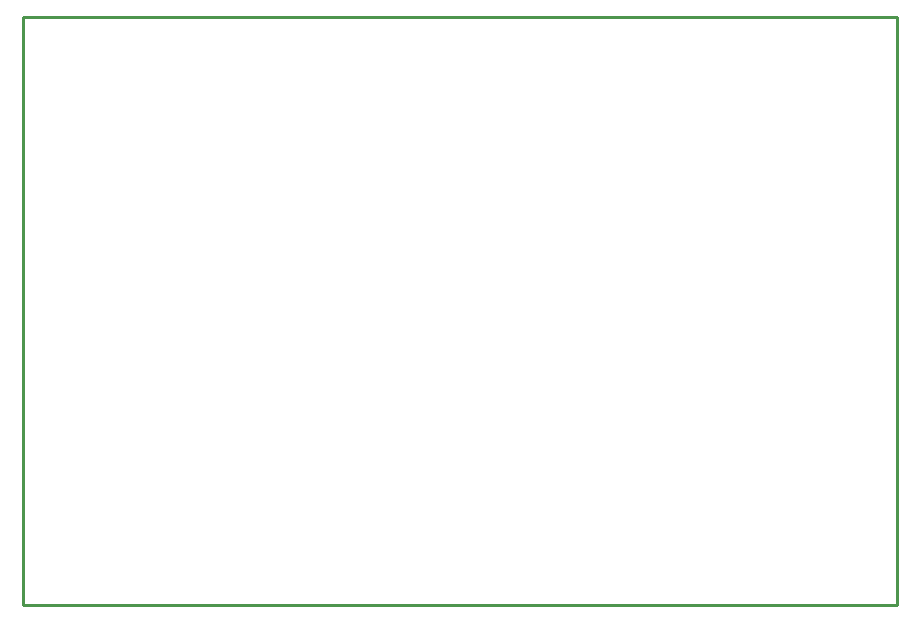
<source format=gm1>
G04*
G04 #@! TF.GenerationSoftware,Altium Limited,Altium Designer,19.1.5 (86)*
G04*
G04 Layer_Color=16711935*
%FSLAX25Y25*%
%MOIN*%
G70*
G01*
G75*
%ADD13C,0.01000*%
D13*
X291142Y0D02*
Y196063D01*
X0Y0D02*
X291142D01*
X-0Y196063D02*
X0Y0D01*
X-0Y196063D02*
X291142D01*
M02*

</source>
